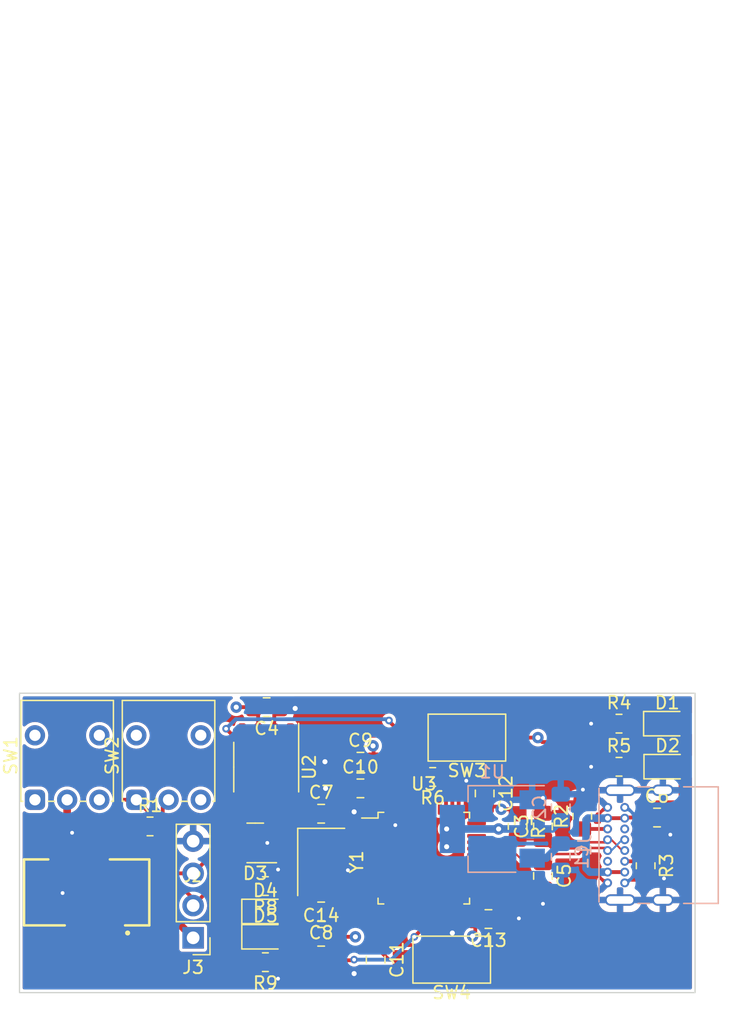
<source format=kicad_pcb>
(kicad_pcb (version 20211014) (generator pcbnew)
  (layers (0 "F.Cu" signal) (1 "In1.Cu" power) (2 "In2.Cu" power) (31 "B.Cu" signal) (34 "B.Paste" user) (35 "F.Paste" user) (36 "B.SilkS" user "B.Silkscreen") (37 "F.SilkS" user "F.Silkscreen") (38 "B.Mask" user) (39 "F.Mask" user) (44 "Edge.Cuts" user))
  (net 0 "")
  (net 1 "GND")
  (net 2 "+5V")
  (net 3 "+3V3")
  (net 4 "/USB+")
  (net 5 "/USB-")
  (net 6 "Net-(C7-Pad1)")
  (net 7 "Net-(C8-Pad1)")
  (net 8 "/RST")
  (net 9 "Net-(D1-Pad1)")
  (net 10 "Net-(D2-Pad1)")
  (net 11 "CANH")
  (net 12 "CANL")
  (net 13 "Net-(D4-Pad1)")
  (net 14 "Net-(U3-Pad18)")
  (net 15 "Net-(D5-Pad1)")
  (net 16 "Net-(U3-Pad19)")
  (net 17 "Net-(J1-PadA5)")
  (net 19 "Net-(J1-PadB5)")
  (net 21 "/PWR_CAN")
  (net 22 "Net-(R1-Pad2)")
  (net 23 "/BOOT0")
  (net 48 "/TX")
  (net 49 "/RX")
  (net 58 "/CANRX")
  (net 59 "/CANTX")
  (footprint "Capacitor_SMD:C_0805_2012Metric_Pad1.18x1.45mm_HandSolder" (layer "F.Cu") (at 162.1 76.6)
    (fp_text reference "C9" (at 0 -1.68) (layer "F.SilkS"))
    (fp_text value "10µF")
    (pad "1" smd roundrect (at -1.0375 0) (size 1.175 1.45) (layers "F.Cu" "F.Paste" "F.Mask") (roundrect_rratio 0.212766) (net 1 "GND"))
    (pad "2" smd roundrect (at 1.0375 0) (size 1.175 1.45) (layers "F.Cu" "F.Paste" "F.Mask") (roundrect_rratio 0.212766) (net 3 "+3V3"))
  )
  (footprint "Capacitor_SMD:C_0805_2012Metric_Pad1.18x1.45mm_HandSolder" (layer "F.Cu") (at 163.3 92.2 -90)
    (fp_text reference "C11" (at 0 -1.68 90) (layer "F.SilkS"))
    (fp_text value "100n")
    (pad "1" smd roundrect (at -1.0375 0 270) (size 1.175 1.45) (layers "F.Cu" "F.Paste" "F.Mask") (roundrect_rratio 0.212766) (net 8 "/RST"))
    (pad "2" smd roundrect (at 1.0375 0 270) (size 1.175 1.45) (layers "F.Cu" "F.Paste" "F.Mask") (roundrect_rratio 0.212766) (net 1 "GND"))
  )
  (footprint "Resistor_SMD:R_0805_2012Metric_Pad1.20x1.40mm_HandSolder" (layer "F.Cu") (at 179.6 80.9 90)
    (fp_text reference "R2" (at 0 -1.65 90) (layer "F.SilkS"))
    (fp_text value "5.1k")
    (pad "1" smd roundrect (at -1 0 90) (size 1.2 1.4) (layers "F.Cu" "F.Paste" "F.Mask") (roundrect_rratio 0.208333) (net 17 "Net-(J1-PadA5)"))
    (pad "2" smd roundrect (at 1 0 90) (size 1.2 1.4) (layers "F.Cu" "F.Paste" "F.Mask") (roundrect_rratio 0.208333) (net 1 "GND"))
  )
  (footprint "Resistor_SMD:R_0805_2012Metric_Pad1.20x1.40mm_HandSolder" (layer "F.Cu") (at 182.5 73.6)
    (fp_text reference "R4" (at 0 -1.65) (layer "F.SilkS"))
    (fp_text value "220")
    (pad "1" smd roundrect (at -1 0) (size 1.2 1.4) (layers "F.Cu" "F.Paste" "F.Mask") (roundrect_rratio 0.208333) (net 1 "GND"))
    (pad "2" smd roundrect (at 1 0) (size 1.2 1.4) (layers "F.Cu" "F.Paste" "F.Mask") (roundrect_rratio 0.208333) (net 9 "Net-(D1-Pad1)"))
  )
  (footprint "Capacitor_SMD:C_0805_2012Metric_Pad1.18x1.45mm_HandSolder" (layer "F.Cu") (at 172.2 89 180)
    (fp_text reference "C13" (at 0 -1.68) (layer "F.SilkS"))
    (fp_text value "100nF")
    (pad "1" smd roundrect (at -1.0375 0 180) (size 1.175 1.45) (layers "F.Cu" "F.Paste" "F.Mask") (roundrect_rratio 0.212766) (net 1 "GND"))
    (pad "2" smd roundrect (at 1.0375 0 180) (size 1.175 1.45) (layers "F.Cu" "F.Paste" "F.Mask") (roundrect_rratio 0.212766) (net 3 "+3V3"))
  )
  (footprint "Button_Switch_THT:SW_Push_1P2T_Vertical_E-Switch_800UDP8P1A1M6" (layer "F.Cu") (at 136.42 79.6 90)
    (fp_text reference "SW1" (at 3.48 -1.91 90) (layer "F.SilkS"))
    (fp_text value "120")
    (pad "" thru_hole circle (at 5.08 0 270) (size 1.6 1.6) (drill 0.89) (layers *.Cu *.Mask))
    (pad "" thru_hole circle (at 5.08 5.08 270) (size 1.6 1.6) (drill 0.89) (layers *.Cu *.Mask))
    (pad "1" thru_hole roundrect (at 0 0 270) (size 1.6 1.6) (drill 0.89) (layers *.Cu *.Mask) (net 2 "+5V"))
    (pad "2" thru_hole circle (at 0 2.54 270) (size 1.6 1.6) (drill 0.89) (layers *.Cu *.Mask) (net 21 "/PWR_CAN"))
    (pad "3" thru_hole circle (at 0 5.08 270) (size 1.6 1.6) (drill 0.89) (layers *.Cu *.Mask))
  )
  (footprint "Connector_PinHeader_2.54mm:PinHeader_1x04_P2.54mm_Vertical" (layer "F.Cu") (at 148.9 90.48 180)
    (fp_text reference "J3" (at 0 -2.33) (layer "F.SilkS"))
    (fp_text value "CAN")
    (pad "1" thru_hole rect (at 0 0 180) (size 1.7 1.7) (drill 1) (layers *.Cu *.Mask) (net 21 "/PWR_CAN"))
    (pad "2" thru_hole oval (at 0 2.54 180) (size 1.7 1.7) (drill 1) (layers *.Cu *.Mask) (net 11 "CANH"))
    (pad "3" thru_hole oval (at 0 5.08 180) (size 1.7 1.7) (drill 1) (layers *.Cu *.Mask) (net 12 "CANL"))
    (pad "4" thru_hole oval (at 0 7.62 180) (size 1.7 1.7) (drill 1) (layers *.Cu *.Mask) (net 1 "GND"))
  )
  (footprint "Package_QFP:LQFP-48_7x7mm_P0.5mm" (layer "F.Cu") (at 167.1 84.2)
    (fp_text reference "U3" (at 0 -5.85) (layer "F.SilkS"))
    (fp_text value "STM32F302C6Tx")
    (pad "1" smd roundrect (at -4.1625 -2.75) (size 1.475 0.3) (layers "F.Cu" "F.Paste" "F.Mask"))
    (pad "2" smd roundrect (at -4.1625 -2.25) (size 1.475 0.3) (layers "F.Cu" "F.Paste" "F.Mask"))
    (pad "3" smd roundrect (at -4.1625 -1.75) (size 1.475 0.3) (layers "F.Cu" "F.Paste" "F.Mask"))
    (pad "4" smd roundrect (at -4.1625 -1.25) (size 1.475 0.3) (layers "F.Cu" "F.Paste" "F.Mask"))
    (pad "5" smd roundrect (at -4.1625 -0.75) (size 1.475 0.3) (layers "F.Cu" "F.Paste" "F.Mask") (net 6 "Net-(C7-Pad1)"))
    (pad "6" smd roundrect (at -4.1625 -0.25) (size 1.475 0.3) (layers "F.Cu" "F.Paste" "F.Mask") (net 7 "Net-(C8-Pad1)"))
    (pad "7" smd roundrect (at -4.1625 0.25) (size 1.475 0.3) (layers "F.Cu" "F.Paste" "F.Mask") (net 8 "/RST"))
    (pad "8" smd roundrect (at -4.1625 0.75) (size 1.475 0.3) (layers "F.Cu" "F.Paste" "F.Mask") (net 1 "GND"))
    (pad "9" smd roundrect (at -4.1625 1.25) (size 1.475 0.3) (layers "F.Cu" "F.Paste" "F.Mask") (net 3 "+3V3"))
    (pad "10" smd roundrect (at -4.1625 1.75) (size 1.475 0.3) (layers "F.Cu" "F.Paste" "F.Mask"))
    (pad "11" smd roundrect (at -4.1625 2.25) (size 1.475 0.3) (layers "F.Cu" "F.Paste" "F.Mask"))
    (pad "12" smd roundrect (at -4.1625 2.75) (size 1.475 0.3) (layers "F.Cu" "F.Paste" "F.Mask"))
    (pad "13" smd roundrect (at -2.75 4.1625) (size 0.3 1.475) (layers "F.Cu" "F.Paste" "F.Mask"))
    (pad "14" smd roundrect (at -2.25 4.1625) (size 0.3 1.475) (layers "F.Cu" "F.Paste" "F.Mask"))
    (pad "15" smd roundrect (at -1.75 4.1625) (size 0.3 1.475) (layers "F.Cu" "F.Paste" "F.Mask"))
    (pad "16" smd roundrect (at -1.25 4.1625) (size 0.3 1.475) (layers "F.Cu" "F.Paste" "F.Mask"))
    (pad "17" smd roundrect (at -0.75 4.1625) (size 0.3 1.475) (layers "F.Cu" "F.Paste" "F.Mask"))
    (pad "18" smd roundrect (at -0.25 4.1625) (size 0.3 1.475) (layers "F.Cu" "F.Paste" "F.Mask") (net 14 "Net-(U3-Pad18)"))
    (pad "19" smd roundrect (at 0.25 4.1625) (size 0.3 1.475) (layers "F.Cu" "F.Paste" "F.Mask") (net 16 "Net-(U3-Pad19)"))
    (pad "20" smd roundrect (at 0.75 4.1625) (size 0.3 1.475) (layers "F.Cu" "F.Paste" "F.Mask"))
    (pad "21" smd roundrect (at 1.25 4.1625) (size 0.3 1.475) (layers "F.Cu" "F.Paste" "F.Mask"))
    (pad "22" smd roundrect (at 1.75 4.1625) (size 0.3 1.475) (layers "F.Cu" "F.Paste" "F.Mask"))
    (pad "23" smd roundrect (at 2.25 4.1625) (size 0.3 1.475) (layers "F.Cu" "F.Paste" "F.Mask") (net 1 "GND"))
    (pad "24" smd roundrect (at 2.75 4.1625) (size 0.3 1.475) (layers "F.Cu" "F.Paste" "F.Mask") (net 3 "+3V3"))
    (pad "25" smd roundrect (at 4.1625 2.75) (size 1.475 0.3) (layers "F.Cu" "F.Paste" "F.Mask"))
    (pad "26" smd roundrect (at 4.1625 2.25) (size 1.475 0.3) (layers "F.Cu" "F.Paste" "F.Mask"))
    (pad "27" smd roundrect (at 4.1625 1.75) (size 1.475 0.3) (layers "F.Cu" "F.Paste" "F.Mask"))
    (pad "28" smd roundrect (at 4.1625 1.25) (size 1.475 0.3) (layers "F.Cu" "F.Paste" "F.Mask"))
    (pad "29" smd roundrect (at 4.1625 0.75) (size 1.475 0.3) (layers "F.Cu" "F.Paste" "F.Mask"))
    (pad "30" smd roundrect (at 4.1625 0.25) (size 1.475 0.3) (layers "F.Cu" "F.Paste" "F.Mask") (net 48 "/TX"))
    (pad "31" smd roundrect (at 4.1625 -0.25) (size 1.475 0.3) (layers "F.Cu" "F.Paste" "F.Mask") (net 49 "/RX"))
    (pad "32" smd roundrect (at 4.1625 -0.75) (size 1.475 0.3) (layers "F.Cu" "F.Paste" "F.Mask") (net 5 "/USB-"))
    (pad "33" smd roundrect (at 4.1625 -1.25) (size 1.475 0.3) (layers "F.Cu" "F.Paste" "F.Mask") (net 4 "/USB+"))
    (pad "34" smd roundrect (at 4.1625 -1.75) (size 1.475 0.3) (layers "F.Cu" "F.Paste" "F.Mask"))
    (pad "35" smd roundrect (at 4.1625 -2.25) (size 1.475 0.3) (layers "F.Cu" "F.Paste" "F.Mask") (net 1 "GND"))
    (pad "36" smd roundrect (at 4.1625 -2.75) (size 1.475 0.3) (layers "F.Cu" "F.Paste" "F.Mask") (net 3 "+3V3"))
    (pad "37" smd roundrect (at 2.75 -4.1625) (size 0.3 1.475) (layers "F.Cu" "F.Paste" "F.Mask"))
    (pad "38" smd roundrect (at 2.25 -4.1625) (size 0.3 1.475) (layers "F.Cu" "F.Paste" "F.Mask"))
    (pad "39" smd roundrect (at 1.75 -4.1625) (size 0.3 1.475) (layers "F.Cu" "F.Paste" "F.Mask"))
    (pad "40" smd roundrect (at 1.25 -4.1625) (size 0.3 1.475) (layers "F.Cu" "F.Paste" "F.Mask"))
    (pad "41" smd roundrect (at 0.75 -4.1625) (size 0.3 1.475) (layers "F.Cu" "F.Paste" "F.Mask"))
    (pad "42" smd roundrect (at 0.25 -4.1625) (size 0.3 1.475) (layers "F.Cu" "F.Paste" "F.Mask"))
    (pad "43" smd roundrect (at -0.25 -4.1625) (size 0.3 1.475) (layers "F.Cu" "F.Paste" "F.Mask"))
    (pad "44" smd roundrect (at -0.75 -4.1625) (size 0.3 1.475) (layers "F.Cu" "F.Paste" "F.Mask") (net 23 "/BOOT0"))
    (pad "45" smd roundrect (at -1.25 -4.1625) (size 0.3 1.475) (layers "F.Cu" "F.Paste" "F.Mask") (net 58 "/CANRX"))
    (pad "46" smd roundrect (at -1.75 -4.1625) (size 0.3 1.475) (layers "F.Cu" "F.Paste" "F.Mask") (net 59 "/CANTX"))
    (pad "47" smd roundrect (at -2.25 -4.1625) (size 0.3 1.475) (layers "F.Cu" "F.Paste" "F.Mask") (net 1 "GND"))
    (pad "48" smd roundrect (at -2.75 -4.1625) (size 0.3 1.475) (layers "F.Cu" "F.Paste" "F.Mask") (net 3 "+3V3"))
  )
  (footprint "Button_Switch_SMD:SW_SPST_CK_RS282G05A3" (layer "F.Cu") (at 170.5 74.7 180)
    (fp_text reference "SW3" (at 0 -2.6) (layer "F.SilkS"))
    (fp_text value "BOOT")
    (pad "1" smd rect (at -3.9 0 180) (size 1.5 1.5) (layers "F.Cu" "F.Paste" "F.Mask") (net 3 "+3V3"))
    (pad "2" smd rect (at 3.9 0 180) (size 1.5 1.5) (layers "F.Cu" "F.Paste" "F.Mask") (net 23 "/BOOT0"))
  )
  (footprint "Capacitor_SMD:C_0805_2012Metric_Pad1.18x1.45mm_HandSolder" (layer "F.Cu") (at 154.7 72.3 180)
    (fp_text reference "C4" (at 0 -1.68) (layer "F.SilkS"))
    (fp_text value "100nF")
    (pad "1" smd roundrect (at -1.0375 0 180) (size 1.175 1.45) (layers "F.Cu" "F.Paste" "F.Mask") (roundrect_rratio 0.212766) (net 1 "GND"))
    (pad "2" smd roundrect (at 1.0375 0 180) (size 1.175 1.45) (layers "F.Cu" "F.Paste" "F.Mask") (roundrect_rratio 0.212766) (net 3 "+3V3"))
  )
  (footprint "AREA_lib_Connector:690367290476" (layer "F.Cu") (at 140.5 86.9)
    (fp_text reference "J2" (at 8.374 -1.232) (layer "F.SilkS") (effects (font (size 0.8 0.8))))
    (fp_text value "CAN")
    (pad "1" smd rect locked (at 1.905 2.25) (size 1.5 3) (layers "F.Cu" "F.Paste" "F.Mask") (net 21 "/PWR_CAN"))
    (pad "2" smd rect locked (at 0.635 -2.25) (size 1.5 3) (layers "F.Cu" "F.Paste" "F.Mask") (net 11 "CANH"))
    (pad "3" smd rect locked (at -0.635 2.25) (size 1.5 3) (layers "F.Cu" "F.Paste" "F.Mask") (net 12 "CANL"))
    (pad "4" smd rect locked (at -1.905 -2.25) (size 1.5 3) (layers "F.Cu" "F.Paste" "F.Mask") (net 1 "GND"))
  )
  (footprint "Resistor_SMD:R_0805_2012Metric_Pad1.20x1.40mm_HandSolder" (layer "F.Cu") (at 184.6 84.8 -90)
    (fp_text reference "R3" (at 0 -1.65 90) (layer "F.SilkS"))
    (fp_text value "5.1k")
    (pad "1" smd roundrect (at -1 0 270) (size 1.2 1.4) (layers "F.Cu" "F.Paste" "F.Mask") (roundrect_rratio 0.208333) (net 19 "Net-(J1-PadB5)"))
    (pad "2" smd roundrect (at 1 0 270) (size 1.2 1.4) (layers "F.Cu" "F.Paste" "F.Mask") (roundrect_rratio 0.208333) (net 1 "GND"))
  )
  (footprint "Capacitor_SMD:C_0805_2012Metric_Pad1.18x1.45mm_HandSolder" (layer "F.Cu") (at 171.9 79.1 -90)
    (fp_text reference "C12" (at 0 -1.68 90) (layer "F.SilkS"))
    (fp_text value "100nF")
    (pad "1" smd roundrect (at -1.0375 0 270) (size 1.175 1.45) (layers "F.Cu" "F.Paste" "F.Mask") (roundrect_rratio 0.212766) (net 1 "GND"))
    (pad "2" smd roundrect (at 1.0375 0 270) (size 1.175 1.45) (layers "F.Cu" "F.Paste" "F.Mask") (roundrect_rratio 0.212766) (net 3 "+3V3"))
  )
  (footprint "Button_Switch_THT:SW_Push_1P2T_Vertical_E-Switch_800UDP8P1A1M6" (layer "F.Cu") (at 144.42 79.6 90)
    (fp_text reference "SW2" (at 3.48 -1.91 90) (layer "F.SilkS"))
    (fp_text value "120")
    (pad "" thru_hole circle (at 5.08 0 270) (size 1.6 1.6) (drill 0.89) (layers *.Cu *.Mask))
    (pad "" thru_hole circle (at 5.08 5.08 270) (size 1.6 1.6) (drill 0.89) (layers *.Cu *.Mask))
    (pad "1" thru_hole roundrect (at 0 0 270) (size 1.6 1.6) (drill 0.89) (layers *.Cu *.Mask) (net 12 "CANL"))
    (pad "2" thru_hole circle (at 0 2.54 270) (size 1.6 1.6) (drill 0.89) (layers *.Cu *.Mask) (net 22 "Net-(R1-Pad2)"))
    (pad "3" thru_hole circle (at 0 5.08 270) (size 1.6 1.6) (drill 0.89) (layers *.Cu *.Mask))
  )
  (footprint "Capacitor_SMD:C_0805_2012Metric_Pad1.18x1.45mm_HandSolder" (layer "F.Cu") (at 159 90.4)
    (fp_text reference "C14" (at 0 -1.68) (layer "F.SilkS"))
    (fp_text value "100nF")
    (pad "1" smd roundrect (at -1.0375 0) (size 1.175 1.45) (layers "F.Cu" "F.Paste" "F.Mask") (roundrect_rratio 0.212766) (net 1 "GND"))
    (pad "2" smd roundrect (at 1.0375 0) (size 1.175 1.45) (layers "F.Cu" "F.Paste" "F.Mask") (roundrect_rratio 0.212766) (net 3 "+3V3"))
  )
  (footprint "Resistor_SMD:R_0805_2012Metric_Pad1.20x1.40mm_HandSolder" (layer "F.Cu") (at 182.5 77)
    (fp_text reference "R5" (at 0 -1.65) (layer "F.SilkS"))
    (fp_text value "560")
    (pad "1" smd roundrect (at -1 0) (size 1.2 1.4) (layers "F.Cu" "F.Paste" "F.Mask") (roundrect_rratio 0.208333) (net 1 "GND"))
    (pad "2" smd roundrect (at 1 0) (size 1.2 1.4) (layers "F.Cu" "F.Paste" "F.Mask") (roundrect_rratio 0.208333) (net 10 "Net-(D2-Pad1)"))
  )
  (footprint "Resistor_SMD:R_0805_2012Metric_Pad1.20x1.40mm_HandSolder" (layer "F.Cu") (at 145.5 81.7)
    (fp_text reference "R1" (at 0 -1.65) (layer "F.SilkS"))
    (fp_text value "120")
    (pad "1" smd roundrect (at -1 0) (size 1.2 1.4) (layers "F.Cu" "F.Paste" "F.Mask") (roundrect_rratio 0.208333) (net 11 "CANH"))
    (pad "2" smd roundrect (at 1 0) (size 1.2 1.4) (layers "F.Cu" "F.Paste" "F.Mask") (roundrect_rratio 0.208333) (net 22 "Net-(R1-Pad2)"))
  )
  (footprint "LED_SMD:LED_0805_2012Metric_Pad1.15x1.40mm_HandSolder" (layer "F.Cu") (at 186.33 76.99)
    (fp_text reference "D2" (at 0 -1.65) (layer "F.SilkS"))
    (fp_text value "LED_DEBUG")
    (pad "1" smd roundrect (at -1.025 0) (size 1.15 1.4) (layers "F.Cu" "F.Paste" "F.Mask") (roundrect_rratio 0.217391) (net 10 "Net-(D2-Pad1)"))
    (pad "2" smd roundrect (at 1.025 0) (size 1.15 1.4) (layers "F.Cu" "F.Paste" "F.Mask") (roundrect_rratio 0.217391) (net 2 "+5V"))
  )
  (footprint "Capacitor_SMD:C_0805_2012Metric_Pad1.18x1.45mm_HandSolder" (layer "F.Cu") (at 176.5 85.6 -90)
    (fp_text reference "C5" (at 0 -1.68 90) (layer "F.SilkS"))
    (fp_text value "47p")
    (pad "1" smd roundrect (at -1.0375 0 270) (size 1.175 1.45) (layers "F.Cu" "F.Paste" "F.Mask") (roundrect_rratio 0.212766) (net 5 "/USB-"))
    (pad "2" smd roundrect (at 1.0375 0 270) (size 1.175 1.45) (layers "F.Cu" "F.Paste" "F.Mask") (roundrect_rratio 0.212766) (net 1 "GND"))
  )
  (footprint "Capacitor_SMD:C_0805_2012Metric_Pad1.18x1.45mm_HandSolder" (layer "F.Cu") (at 176.5 81.7 90)
    (fp_text reference "C3" (at 0 -1.68 90) (layer "F.SilkS"))
    (fp_text value "47p")
    (pad "1" smd roundrect (at -1.0375 0 90) (size 1.175 1.45) (layers "F.Cu" "F.Paste" "F.Mask") (roundrect_rratio 0.212766) (net 4 "/USB+"))
    (pad "2" smd roundrect (at 1.0375 0 90) (size 1.175 1.45) (layers "F.Cu" "F.Paste" "F.Mask") (roundrect_rratio 0.212766) (net 1 "GND"))
  )
  (footprint "Resistor_SMD:R_0805_2012Metric_Pad1.20x1.40mm_HandSolder" (layer "F.Cu") (at 154.6 92.4 180)
    (fp_text reference "R9" (at 0 -1.65) (layer "F.SilkS"))
    (fp_text value "120")
    (pad "1" smd roundrect (at -1 0 180) (size 1.2 1.4) (layers "F.Cu" "F.Paste" "F.Mask") (roundrect_rratio 0.208333) (net 1 "GND"))
    (pad "2" smd roundrect (at 1 0 180) (size 1.2 1.4) (layers "F.Cu" "F.Paste" "F.Mask") (roundrect_rratio 0.208333) (net 15 "Net-(D5-Pad1)"))
  )
  (footprint "Capacitor_SMD:C_0805_2012Metric_Pad1.18x1.45mm_HandSolder" (layer "F.Cu") (at 159 80.7)
    (fp_text reference "C7" (at 0 -1.68) (layer "F.SilkS"))
    (fp_text value "18p")
    (pad "1" smd roundrect (at -1.0375 0) (size 1.175 1.45) (layers "F.Cu" "F.Paste" "F.Mask") (roundrect_rratio 0.212766) (net 6 "Net-(C7-Pad1)"))
    (pad "2" smd roundrect (at 1.0375 0) (size 1.175 1.45) (layers "F.Cu" "F.Paste" "F.Mask") (roundrect_rratio 0.212766) (net 1 "GND"))
  )
  (footprint "Package_SO:SOIC-8_3.9x4.9mm_P1.27mm" (layer "F.Cu") (at 154.665 77.025 -90)
    (fp_text reference "U2" (at 0 -3.4 90) (layer "F.SilkS"))
    (fp_text value "SN65HVD232")
    (pad "1" smd roundrect (at -2.475 -1.905 270) (size 1.95 0.6) (layers "F.Cu" "F.Paste" "F.Mask") (net 59 "/CANTX"))
    (pad "2" smd roundrect (at -2.475 -0.635 270) (size 1.95 0.6) (layers "F.Cu" "F.Paste" "F.Mask") (net 1 "GND"))
    (pad "3" smd roundrect (at -2.475 0.635 270) (size 1.95 0.6) (layers "F.Cu" "F.Paste" "F.Mask") (net 3 "+3V3"))
    (pad "4" smd roundrect (at -2.475 1.905 270) (size 1.95 0.6) (layers "F.Cu" "F.Paste" "F.Mask") (net 58 "/CANRX"))
    (pad "5" smd roundrect (at 2.475 1.905 270) (size 1.95 0.6) (layers "F.Cu" "F.Paste" "F.Mask"))
    (pad "6" smd roundrect (at 2.475 0.635 270) (size 1.95 0.6) (layers "F.Cu" "F.Paste" "F.Mask") (net 12 "CANL"))
    (pad "7" smd roundrect (at 2.475 -0.635 270) (size 1.95 0.6) (layers "F.Cu" "F.Paste" "F.Mask") (net 11 "CANH"))
    (pad "8" smd roundrect (at 2.475 -1.905 270) (size 1.95 0.6) (layers "F.Cu" "F.Paste" "F.Mask"))
  )
  (footprint "LED_SMD:LED_0805_2012Metric_Pad1.15x1.40mm_HandSolder" (layer "F.Cu") (at 154.6 88.4)
    (fp_text reference "D4" (at 0 -1.65) (layer "F.SilkS"))
    (fp_text value "LED_DEBUG")
    (pad "1" smd roundrect (at -1.025 0) (size 1.15 1.4) (layers "F.Cu" "F.Paste" "F.Mask") (roundrect_rratio 0.217391) (net 13 "Net-(D4-Pad1)"))
    (pad "2" smd roundrect (at 1.025 0) (size 1.15 1.4) (layers "F.Cu" "F.Paste" "F.Mask") (roundrect_rratio 0.217391) (net 14 "Net-(U3-Pad18)"))
  )
  (footprint "Resistor_SMD:R_0805_2012Metric_Pad1.20x1.40mm_HandSolder" (layer "F.Cu") (at 154.6 86.4 180)
    (fp_text reference "R8" (at 0 -1.65) (layer "F.SilkS"))
    (fp_text value "120")
    (pad "1" smd roundrect (at -1 0 180) (size 1.2 1.4) (layers "F.Cu" "F.Paste" "F.Mask") (roundrect_rratio 0.208333) (net 1 "GND"))
    (pad "2" smd roundrect (at 1 0 180) (size 1.2 1.4) (layers "F.Cu" "F.Paste" "F.Mask") (roundrect_rratio 0.208333) (net 13 "Net-(D4-Pad1)"))
  )
  (footprint "Capacitor_SMD:C_0805_2012Metric_Pad1.18x1.45mm_HandSolder" (layer "F.Cu") (at 159 88.4 180)
    (fp_text reference "C8" (at 0 -1.68) (layer "F.SilkS"))
    (fp_text value "18p")
    (pad "1" smd roundrect (at -1.0375 0 180) (size 1.175 1.45) (layers "F.Cu" "F.Paste" "F.Mask") (roundrect_rratio 0.212766) (net 7 "Net-(C8-Pad1)"))
    (pad "2" smd roundrect (at 1.0375 0 180) (size 1.175 1.45) (layers "F.Cu" "F.Paste" "F.Mask") (roundrect_rratio 0.212766) (net 1 "GND"))
  )
  (footprint "Capacitor_SMD:C_0805_2012Metric_Pad1.18x1.45mm_HandSolder" (layer "F.Cu") (at 162.1 78.7)
    (fp_text reference "C10" (at 0 -1.68) (layer "F.SilkS"))
    (fp_text value "100nF")
    (pad "1" smd roundrect (at -1.0375 0) (size 1.175 1.45) (layers "F.Cu" "F.Paste" "F.Mask") (roundrect_rratio 0.212766) (net 1 "GND"))
    (pad "2" smd roundrect (at 1.0375 0) (size 1.175 1.45) (layers "F.Cu" "F.Paste" "F.Mask") (roundrect_rratio 0.212766) (net 3 "+3V3"))
  )
  (footprint "LED_SMD:LED_0805_2012Metric_Pad1.15x1.40mm_HandSolder" (layer "F.Cu") (at 186.3 73.6)
    (fp_text reference "D1" (at 0 -1.65) (layer "F.SilkS"))
    (fp_text value "LED_DEBUG")
    (pad "1" smd roundrect (at -1.025 0) (size 1.15 1.4) (layers "F.Cu" "F.Paste" "F.Mask") (roundrect_rratio 0.217391) (net 9 "Net-(D1-Pad1)"))
    (pad "2" smd roundrect (at 1.025 0) (size 1.15 1.4) (layers "F.Cu" "F.Paste" "F.Mask") (roundrect_rratio 0.217391) (net 3 "+3V3"))
  )
  (footprint "Package_TO_SOT_SMD:SOT-23" (layer "F.Cu") (at 153.8 83 180)
    (fp_text reference "D3" (at 0 -2.4) (layer "F.SilkS"))
    (fp_text value "D_TVS_x2_AAC")
    (pad "1" smd roundrect (at -0.9375 -0.95 180) (size 1.475 0.6) (layers "F.Cu" "F.Paste" "F.Mask") (net 11 "CANH"))
    (pad "2" smd roundrect (at -0.9375 0.95 180) (size 1.475 0.6) (layers "F.Cu" "F.Paste" "F.Mask") (net 12 "CANL"))
    (pad "3" smd roundrect (at 0.9375 0 180) (size 1.475 0.6) (layers "F.Cu" "F.Paste" "F.Mask") (net 1 "GND"))
  )
  (footprint "Resistor_SMD:R_0805_2012Metric_Pad1.20x1.40mm_HandSolder" (layer "F.Cu") (at 174.5 81.7 -90)
    (fp_text reference "R7" (at 0 -1.65 90) (layer "F.SilkS"))
    (fp_text value "1.5k")
    (pad "1" smd roundrect (at -1 0 270) (size 1.2 1.4) (layers "F.Cu" "F.Paste" "F.Mask") (roundrect_rratio 0.208333) (net 3 "+3V3"))
    (pad "2" smd roundrect (at 1 0 270) (size 1.2 1.4) (layers "F.Cu" "F.Paste" "F.Mask") (roundrect_rratio 0.208333) (net 4 "/USB+"))
  )
  (footprint "Button_Switch_SMD:SW_SPST_CK_RS282G05A3" (layer "F.Cu") (at 169.3 92.2 180)
    (fp_text reference "SW4" (at 0 -2.6) (layer "F.SilkS"))
    (fp_text value "RST")
    (pad "1" smd rect (at -3.9 0 180) (size 1.5 1.5) (layers "F.Cu" "F.Paste" "F.Mask") (net 1 "GND"))
    (pad "2" smd rect (at 3.9 0 180) (size 1.5 1.5) (layers "F.Cu" "F.Paste" "F.Mask") (net 8 "/RST"))
  )
  (footprint "LED_SMD:LED_0805_2012Metric_Pad1.15x1.40mm_HandSolder" (layer "F.Cu") (at 154.6 90.4)
    (fp_text reference "D5" (at 0 -1.65) (layer "F.SilkS"))
    (fp_text value "LED_DEBUG")
    (pad "1" smd roundrect (at -1.025 0) (size 1.15 1.4) (layers "F.Cu" "F.Paste" "F.Mask") (roundrect_rratio 0.217391) (net 15 "Net-(D5-Pad1)"))
    (pad "2" smd roundrect (at 1.025 0) (size 1.15 1.4) (layers "F.Cu" "F.Paste" "F.Mask") (roundrect_rratio 0.217391) (net 16 "Net-(U3-Pad19)"))
  )
  (footprint "Resistor_SMD:R_0805_2012Metric_Pad1.20x1.40mm_HandSolder" (layer "F.Cu") (at 167.8 77.8 180)
    (fp_text reference "R6" (at 0 -1.65) (layer "F.SilkS"))
    (fp_text value "10k")
    (pad "1" smd roundrect (at -1 0 180) (size 1.2 1.4) (layers "F.Cu" "F.Paste" "F.Mask") (roundrect_rratio 0.208333) (net 1 "GND"))
    (pad "2" smd roundrect (at 1 0 180) (size 1.2 1.4) (layers "F.Cu" "F.Paste" "F.Mask") (roundrect_rratio 0.208333) (net 23 "/BOOT0"))
  )
  (footprint "Crystal:Crystal_SMD_5032-4Pin_5.0x3.2mm" (layer "F.Cu") (at 159 84.5 -90)
    (fp_text reference "Y1" (at 0 -2.8 90) (layer "F.SilkS"))
    (fp_text value "8MHz")
    (pad "1" smd rect (at -1.65 1 270) (size 1.6 1.3) (layers "F.Cu" "F.Paste" "F.Mask") (net 6 "Net-(C7-Pad1)"))
    (pad "2" smd rect (at 1.65 1 270) (size 1.6 1.3) (layers "F.Cu" "F.Paste" "F.Mask") (net 1 "GND"))
    (pad "3" smd rect (at 1.65 -1 270) (size 1.6 1.3) (layers "F.Cu" "F.Paste" "F.Mask") (net 7 "Net-(C8-Pad1)"))
    (pad "4" smd rect (at -1.65 -1 270) (size 1.6 1.3) (layers "F.Cu" "F.Paste" "F.Mask") (net 1 "GND"))
  )
  (footprint "Capacitor_SMD:C_0805_2012Metric_Pad1.18x1.45mm_HandSolder" (layer "F.Cu") (at 185.5 81)
    (fp_text reference "C6" (at 0 -1.68) (layer "F.SilkS"))
    (fp_text value "10u")
    (pad "1" smd roundrect (at -1.0375 0) (size 1.175 1.45) (layers "F.Cu" "F.Paste" "F.Mask") (roundrect_rratio 0.212766) (net 2 "+5V"))
    (pad "2" smd roundrect (at 1.0375 0) (size 1.175 1.45) (layers "F.Cu" "F.Paste" "F.Mask") (roundrect_rratio 0.212766) (net 1 "GND"))
  )
  (footprint "Connector_USB:USB_C_Receptacle_GCT_USB4085" (layer "B.Cu") (at 181.6 80.2 -90)
    (fp_text reference "J1" (at 2.975 1.8 90) (layer "B.SilkS") (effects (justify mirror)))
    (fp_text value "USB_C_Receptacle_USB2.0")
    (pad "A1" thru_hole circle (at 0 0 270) (size 0.7 0.7) (drill 0.4) (layers *.Cu *.Mask) (net 1 "GND"))
    (pad "A4" thru_hole circle (at 0.85 0 270) (size 0.7 0.7) (drill 0.4) (layers *.Cu *.Mask) (net 2 "+5V"))
    (pad "A5" thru_hole circle (at 1.7 0 270) (size 0.7 0.7) (drill 0.4) (layers *.Cu *.Mask) (net 17 "Net-(J1-PadA5)"))
    (pad "A6" thru_hole circle (at 2.55 0 270) (size 0.7 0.7) (drill 0.4) (layers *.Cu *.Mask) (net 4 "/USB+"))
    (pad "A7" thru_hole circle (at 3.4 0 270) (size 0.7 0.7) (drill 0.4) (layers *.Cu *.Mask) (net 5 "/USB-"))
    (pad "A8" thru_hole circle (at 4.25 0 270) (size 0.7 0.7) (drill 0.4) (layers *.Cu *.Mask))
    (pad "A9" thru_hole circle (at 5.1 0 270) (size 0.7 0.7) (drill 0.4) (layers *.Cu *.Mask) (net 2 "+5V"))
    (pad "A12" thru_hole circle (at 5.95 0 270) (size 0.7 0.7) (drill 0.4) (layers *.Cu *.Mask) (net 1 "GND"))
    (pad "B1" thru_hole circle (at 5.95 -1.35 270) (size 0.7 0.7) (drill 0.4) (layers *.Cu *.Mask) (net 1 "GND"))
    (pad "B4" thru_hole circle (at 5.1 -1.35 270) (size 0.7 0.7) (drill 0.4) (layers *.Cu *.Mask) (net 2 "+5V"))
    (pad "B5" thru_hole circle (at 4.25 -1.35 270) (size 0.7 0.7) (drill 0.4) (layers *.Cu *.Mask) (net 19 "Net-(J1-PadB5)"))
    (pad "B6" thru_hole circle (at 3.4 -1.35 270) (size 0.7 0.7) (drill 0.4) (layers *.Cu *.Mask) (net 4 "/USB+"))
    (pad "B7" thru_hole circle (at 2.55 -1.35 270) (size 0.7 0.7) (drill 0.4) (layers *.Cu *.Mask) (net 5 "/USB-"))
    (pad "B8" thru_hole circle (at 1.7 -1.35 270) (size 0.7 0.7) (drill 0.4) (layers *.Cu *.Mask))
    (pad "B9" thru_hole circle (at 0.85 -1.35 270) (size 0.7 0.7) (drill 0.4) (layers *.Cu *.Mask) (net 2 "+5V"))
    (pad "B12" thru_hole circle (at 0 -1.35 270) (size 0.7 0.7) (drill 0.4) (layers *.Cu *.Mask) (net 1 "GND"))
    (pad "S1" thru_hole oval (at -1.35 -0.98 270) (size 0.9 2.4) (drill oval 0.6 2.1) (layers *.Cu *.Mask) (net 1 "GND"))
    (pad "S1" thru_hole oval (at 7.3 -4.36 270) (size 0.9 1.7) (drill oval 0.6 1.4) (layers *.Cu *.Mask) (net 1 "GND"))
    (pad "S1" thru_hole oval (at -1.35 -4.36 270) (size 0.9 1.7) (drill oval 0.6 1.4) (layers *.Cu *.Mask) (net 1 "GND"))
    (pad "S1" thru_hole oval (at 7.3 -0.98 270) (size 0.9 2.4) (drill oval 0.6 2.1) (layers *.Cu *.Mask) (net 1 "GND"))
  )
  (footprint "Capacitor_SMD:C_0805_2012Metric_Pad1.18x1.45mm_HandSolder" (layer "B.Cu") (at 177.9 80.2 -90)
    (fp_text reference "C2" (at 0 1.68 90) (layer "B.SilkS") (effects (justify mirror)))
    (fp_text value "10u")
    (pad "1" smd roundrect (at -1.0375 0 270) (size 1.175 1.45) (layers "B.Cu" "B.Paste" "B.Mask") (roundrect_rratio 0.212766) (net 1 "GND"))
    (pad "2" smd roundrect (at 1.0375 0 270) (size 1.175 1.45) (layers "B.Cu" "B.Paste" "B.Mask") (roundrect_rratio 0.212766) (net 3 "+3V3"))
  )
  (footprint "Package_TO_SOT_SMD:SOT-223-3_TabPin2" (layer "B.Cu") (at 172.5 81.9 180)
    (fp_text reference "U1" (at 0 4.5) (layer "B.SilkS") (effects (justify mirror)))
    (fp_text value "NCP1117-3.3_SOT223")
    (pad "1" smd rect (at -3.15 2.3 180) (size 2 1.5) (layers "B.Cu" "B.Paste" "B.Mask") (net 1 "GND"))
    (pad "2" smd rect (at -3.15 0 180) (size 2 1.5) (layers "B.Cu" "B.Paste" "B.Mask") (net 3 "+3V3"))
    (pad "2" smd rect (at 3.15 0 180) (size 2 3.8) (layers "B.Cu" "B.Paste" "B.Mask") (net 3 "+3V3"))
    (pad "3" smd rect (at -3.15 -2.3 180) (size 2 1.5) (layers "B.Cu" "B.Paste" "B.Mask") (net 2 "+5V"))
  )
  (footprint "Capacitor_SMD:C_0805_2012Metric_Pad1.18x1.45mm_HandSolder" (layer "B.Cu") (at 177.9 84.1 90)
    (fp_text reference "C1" (at 0 1.68 90) (layer "B.SilkS") (effects (justify mirror)))
    (fp_text value "10u")
    (pad "1" smd roundrect (at -1.0375 0 90) (size 1.175 1.45) (layers "B.Cu" "B.Paste" "B.Mask") (roundrect_rratio 0.212766) (net 1 "GND"))
    (pad "2" smd roundrect (at 1.0375 0 90) (size 1.175 1.45) (layers "B.Cu" "B.Paste" "B.Mask") (roundrect_rratio 0.212766) (net 2 "+5V"))
  )
  (gr_rect (start 135.2 71.2) (end 188.5 94.8) (layer "Edge.Cuts") (width 0.1) (fill none))
  (segment (start 155.3 74.55) (end 155.3 72.7375) (width 0.3) (layer "F.Cu") (net 1))
  (segment (start 161.312351 84.95) (end 161.109114 85.153237) (width 0.2) (layer "F.Cu") (net 1))
  (segment (start 171.2625 81.95) (end 170.2 81.95) (width 0.3) (layer "F.Cu") (net 1))
  (segment (start 162.9375 84.95) (end 161.312351 84.95) (width 0.2) (layer "F.Cu") (net 1))
  (segment (start 155.3 72.7375) (end 155.7375 72.3) (width 0.3) (layer "F.Cu") (net 1))
  (segment (start 156.85 72.3) (end 156.95 72.4) (width 0.3) (layer "F.Cu") (net 1))
  (segment (start 155.7375 72.3) (end 156.85 72.3) (width 0.3) (layer "F.Cu") (net 1))
  (segment (start 169.35 90.1) (end 169.35 88.3625) (width 0.3) (layer "F.Cu") (net 1))
  (via (at 170.45 78.1) (size 0.6) (drill 0.3) (layers "F.Cu" "B.Cu") (net 1))
  (via (at 155.6 93.7) (size 0.6) (drill 0.3) (layers "F.Cu" "B.Cu") (net 1))
  (via (at 159.35 78.7) (size 0.9) (drill 0.4) (layers "F.Cu" "B.Cu") (net 1))
  (via (at 138.6 86.95) (size 0.6) (drill 0.3) (layers "F.Cu" "B.Cu") (net 1))
  (via (at 179.65 78.8) (size 0.6) (drill 0.3) (layers "F.Cu" "B.Cu") (net 1))
  (via (at 174.6 88.95) (size 0.6) (drill 0.3) (layers "F.Cu" "B.Cu") (net 1))
  (via (at 186.55 82.35) (size 0.6) (drill 0.3) (layers "F.Cu" "B.Cu") (net 1))
  (via (at 176.5 87.8) (size 0.6) (drill 0.3) (layers "F.Cu" "B.Cu") (net 1))
  (via (at 139.35 82.2) (size 0.6) (drill 0.3) (layers "F.Cu" "B.Cu") (net 1))
  (via (at 169.35 90.1) (size 0.9) (drill 0.4) (layers "F.Cu" "B.Cu") (net 1))
  (via (at 161.6 80.55) (size 0.9) (drill 0.4) (layers "F.Cu" "B.Cu") (net 1))
  (via (at 161.6 93.3) (size 0.9) (drill 0.4) (layers "F.Cu" "B.Cu") (net 1))
  (via (at 161.109114 85.153237) (size 0.6) (drill 0.3) (layers "F.Cu" "B.Cu") (net 1))
  (via (at 156.95 72.4) (size 0.9) (drill 0.4) (layers "F.Cu" "B.Cu") (net 1))
  (via (at 180.3 73.6) (size 0.6) (drill 0.3) (layers "F.Cu" "B.Cu") (net 1))
  (via (at 164.85 81.6) (size 0.6) (drill 0.3) (layers "F.Cu" "B.Cu") (net 1))
  (via (at 180.3 77) (size 0.6) (drill 0.3) (layers "F.Cu" "B.Cu") (net 1))
  (via (at 155.6 85.1) (size 0.6) (drill 0.3) (layers "F.Cu" "B.Cu") (net 1))
  (via (at 176.5 79.45) (size 0.6) (drill 0.3) (layers "F.Cu" "B.Cu") (net 1))
  (via (at 159.3 76.6) (size 0.9) (drill 0.4) (layers "F.Cu" "B.Cu") (net 1))
  (via (at 186.05 85.8) (size 0.6) (drill 0.3) (layers "F.Cu" "B.Cu") (net 1))
  (via (at 154.75 83) (size 0.6) (drill 0.3) (layers "F.Cu" "B.Cu") (net 1))
  (segment (start 182.95 81.05) (end 181.6 81.05) (width 0.3) (layer "F.Cu") (net 2))
  (segment (start 183 81) (end 182.95 81.05) (width 0.3) (layer "F.Cu") (net 2))
  (segment (start 187 79.8) (end 187.355 79.445) (width 0.3) (layer "F.Cu") (net 2))
  (segment (start 185.5 79.8) (end 187 79.8) (width 0.3) (layer "F.Cu") (net 2))
  (segment (start 182.95 85.3) (end 181.6 85.3) (width 0.3) (layer "F.Cu") (net 2))
  (segment (start 184.4625 81) (end 184.4625 80.8375) (width 0.3) (layer "F.Cu") (net 2))
  (segment (start 184.4625 81) (end 183 81) (width 0.3) (layer "F.Cu") (net 2))
  (segment (start 187.355 79.445) (end 187.355 76.99) (width 0.3) (layer "F.Cu") (net 2))
  (segment (start 184.4625 80.8375) (end 185.5 79.8) (width 0.3) (layer "F.Cu") (net 2))
  (segment (start 179.9 85) (end 180.2 85.3) (width 0.6) (layer "B.Cu") (net 2))
  (segment (start 180.05 81.05) (end 181.6 81.05) (width 0.6) (layer "B.Cu") (net 2))
  (segment (start 177.9 83.0625) (end 179.7375 83.0625) (width 0.6) (layer "B.Cu") (net 2))
  (segment (start 179.9 81.2) (end 180.05 81.05) (width 0.6) (layer "B.Cu") (net 2))
  (segment (start 179.7375 83.0625) (end 179.9 82.9) (width 0.6) (layer "B.Cu") (net 2))
  (segment (start 180.2 85.3) (end 181.6 85.3) (width 0.6) (layer "B.Cu") (net 2))
  (segment (start 176.7625 84.2) (end 175.65 84.2) (width 0.6) (layer "B.Cu") (net 2))
  (segment (start 177.9 83.0625) (end 176.7625 84.2) (width 0.6) (layer "B.Cu") (net 2))
  (segment (start 179.9 82.9) (end 179.9 85) (width 0.6) (layer "B.Cu") (net 2))
  (segment (start 179.9 82.9) (end 179.9 81.2) (width 0.6) (layer "B.Cu") (net 2))
  (segment (start 176.1 74.7) (end 176.45 75.05) (width 0.3) (layer "F.Cu") (net 3))
  (segment (start 171.9 80.1375) (end 172.9875 80.1375) (width 0.3) (layer "F.Cu") (net 3))
  (segment (start 172.9875 80.1375) (end 173.2 80.35) (width 0.3) (layer "F.Cu") (net 3))
  (segment (start 161.45 85.75) (end 161.75 85.45) (width 0.3) (layer "F.Cu") (net 3))
  (segment (start 173.2 80.35) (end 174.15 80.35) (width 0.3) (layer "F.Cu") (net 3))
  (segment (start 163.1375 76.6) (end 163.1375 75.394343) (width 0.3) (layer "F.Cu") (net 3))
  (segment (start 163.1375 79.8875) (end 163.2875 80.0375) (width 0.3) (layer "F.Cu") (net 3))
  (segment (start 154.03 72.6675) (end 154.03 74.55) (width 0.3) (layer "F.Cu") (net 3))
  (segment (start 171.9 80.1375) (end 171.2625 80.775) (width 0.3) (layer "F.Cu") (net 3))
  (segment (start 153.6625 72.3) (end 152.3 72.3) (width 0.3) (layer "F.Cu") (net 3))
  (segment (start 163.1375 76.6) (end 163.1375 78.7) (width 0.3) (layer "F.Cu") (net 3))
  (segment (start 163.1375 78.7) (end 163.1375 79.8875) (width 0.3) (layer "F.Cu") (net 3))
  (segment (start 174.4 74.7) (end 176.1 74.7) (width 0.3) (layer "F.Cu") (net 3))
  (segment (start 174.15 80.35) (end 174.5 80.7) (width 0.3) (layer "F.Cu") (net 3))
  (segment (start 185.875 75.05) (end 187.325 73.6) (width 0.3) (layer "F.Cu") (net 3))
  (segment (start 171.1625 89) (end 171.1625 90.1375) (width 0.3) (layer "F.Cu") (net 3))
  (segment (start 160.05 90.4) (end 161.45 89) (width 0.3) (layer "F.Cu") (net 3))
  (segment (start 170.525 88.3625) (end 169.85 88.3625) (width 0.3) (layer "F.Cu") (net 3))
  (segment (start 161.75 85.45) (end 162.9375 85.45) (width 0.3) (layer "F.Cu") (net 3))
  (segment (start 160.0375 90.4) (end 160.05 90.4) (width 0.3) (layer "F.Cu") (net 3))
  (segment (start 163.2875 80.0375) (end 164.35 80.0375) (width 0.3) (layer "F.Cu") (net 3))
  (segment (start 171.1625 89) (end 170.525 88.3625) (width 0.3) (layer "F.Cu") (net 3))
  (segment (start 171.1625 90.1375) (end 170.95 90.35) (width 0.3) (layer "F.Cu") (net 3))
  (segment (start 176.45 75.05) (end 185.875 75.05) (width 0.3) (layer "F.Cu") (net 3))
  (segment (start 160.0375 90.4) (end 161.7 90.4) (width 0.3) (layer "F.Cu") (net 3))
  (segment (start 153.6625 72.3) (end 154.03 72.6675) (width 0.3) (layer "F.Cu") (net 3))
  (segment (start 171.2625 80.775) (end 171.2625 81.45) (width 0.3) (layer "F.Cu") (net 3))
  (segment (start 161.45 89) (end 161.45 85.75) (width 0.3) (layer "F.Cu") (net 3))
  (segment (start 163.1375 75.394343) (end 163.092657 75.3495) (width 0.3) (layer "F.Cu") (net 3))
  (via (at 176.1 74.7) (size 0.9) (drill 0.4) (layers "F.Cu" "B.Cu") (net 3))
  (via (at 168.9 83.3) (size 0.9) (drill 0.4) (layers "F.Cu" "B.Cu") (net 3))
  (via (at 170.95 90.35) (size 0.9) (drill 0.4) (layers "F.Cu" "B.Cu") (net 3))
  (via (at 152.3 72.3) (size 0.9) (drill 0.4) (layers "F.Cu" "B.Cu") (net 3))
  (via (at 161.7 90.4) (size 0.9) (drill 0.4) (layers "F.Cu" "B.Cu") (net 3))
  (via (at 168.9 81.9) (size 0.9) (drill 0.4) (layers "F.Cu" "B.Cu") (net 3))
  (via (at 163.092657 75.3495) (size 0.9) (drill 0.4) (layers "F.Cu" "B.Cu") (net 3))
  (via (at 173.2 80.35) (size 0.9) (drill 0.4) (layers "F.Cu" "B.Cu") (net 3))
  (via (at 173 81.9) (size 0.9) (drill 0.4) (layers "F.Cu" "B.Cu") (net 3))
  (segment (start 173.05 81.9) (end 169.45 81.9) (width 0.6) (layer "B.Cu") (net 3))
  (segment (start 177.2375 81.9) (end 177.9 81.2375) (width 0.6) (layer "B.Cu") (net 3))
  (segment (start 175.65 81.9) (end 177.2375 81.9) (width 0.6) (layer "B.Cu") (net 3))
  (segment (start 175.65 81.9) (end 173 81.9) (width 0.6) (layer "B.Cu") (net 3))
  (segment (start 182.75 83.6) (end 182.95 83.6) (width 0.15) (layer "F.Cu") (net 4))
  (segment (start 174.5375 82.7375) (end 174.5 82.7) (width 0.15) (layer "F.Cu") (net 4))
  (segment (start 171.3125 83) (end 171.2625 82.95) (width 0.15) (layer "F.Cu") (net 4))
  (segment (start 181.400001 82.949999) (end 179.631801 82.949999) (width 0.2) (layer "F.Cu") (net 4))
  (segment (start 181.6 82.75) (end 181.9 82.75) (width 0.15) (layer "F.Cu") (net 4))
  (segment (start 181.9 82.75) (end 182.75 83.6) (width 0.15) (layer "F.Cu") (net 4))
  (segment (start 177.187499 83.424999) (end 176.5 82.7375) (width 0.2) (layer "F.Cu") (net 4))
  (segment (start 173.5 82.7) (end 173.2 83) (width 0.15) (layer "F.Cu") (net 4))
  (segment (start 176.5 82.7375) (end 174.5375 82.7375) (width 0.15) (layer "F.Cu") (net 4))
  (segment (start 179.156801 83.424999) (end 177.187499 83.424999) (width 0.2) (layer "F.Cu") (net 4))
  (segment (start 174.5 82.7) (end 173.5 82.7) (width 0.15) (layer "F.Cu") (net 4))
  (segment (start 173.2 83) (end 171.3125 83) (width 0.15) (layer "F.Cu") (net 4))
  (segment (start 179.631801 82.949999) (end 179.156801 83.424999) (width 0.2) (layer "F.Cu") (net 4))
  (segment (start 181.6 82.75) (end 181.400001 82.949999) (width 0.2) (layer "F.Cu") (net 4))
  (segment (start 179.818199 83.400001) (end 179.343199 83.875001) (width 0.2) (layer "F.Cu") (net 5))
  (segment (start 177.187499 83.875001) (end 176.5 84.5625) (width 0.2) (layer "F.Cu") (net 5))
  (segment (start 181.6 83.6) (end 181.400001 83.400001) (width 0.2) (layer "F.Cu") (net 5))
  (segment (start 171.2625 83.45) (end 173.25 83.45) (width 0.15) (layer "F.Cu") (net 5))
  (segment (start 175.0625 84.5625) (end 176.5 84.5625) (width 0.15) (layer "F.Cu") (net 5))
  (segment (start 181.400001 83.400001) (end 179.818199 83.400001) (width 0.2) (layer "F.Cu") (net 5))
  (segment (start 179.343199 83.875001) (end 177.187499 83.875001) (width 0.2) (layer "F.Cu") (net 5))
  (segment (start 173.37452 83.57452) (end 174.07452 83.57452) (width 0.15) (layer "F.Cu") (net 5))
  (segment (start 174.07452 83.57452) (end 175.0625 84.5625) (width 0.15) (layer "F.Cu") (net 5))
  (segment (start 173.25 83.45) (end 173.37452 83.57452) (width 0.15) (layer "F.Cu") (net 5))
  (segment (start 182.95 82.75) (end 182.75 82.75) (width 0.15) (layer "B.Cu") (net 5))
  (segment (start 181.9 83.6) (end 181.6 83.6) (width 0.15) (layer "B.Cu") (net 5))
  (segment (start 182.75 82.75) (end 181.9 83.6) (width 0.15) (layer "B.Cu") (net 5))
  (segment (start 160.950489 83.999511) (end 161.5 83.45) (width 0.3) (layer "F.Cu") (net 6))
  (segment (start 157.9625 80.7) (end 157.9625 82.8125) (width 0.3) (layer "F.Cu") (net 6))
  (segment (start 157.9625 82.8125) (end 158 82.85) (width 0.3) (layer "F.Cu") (net 6))
  (segment (start 158.999511 83.999511) (end 160.950489 83.999511) (width 0.3) (layer "F.Cu") (net 6))
  (segment (start 161.5 83.45) (end 162.9375 83.45) (width 0.3) (layer "F.Cu") (net 6))
  (segment (start 158 83) (end 158.999511 83.999511) (width 0.3) (layer "F.Cu") (net 6))
  (segment (start 158 82.85) (end 158 83) (width 0.3) (layer "F.Cu") (net 6))
  (segment (start 160 84.85) (end 160 86.15) (width 0.3) (layer "F.Cu") (net 7))
  (segment (start 161.755437 83.95) (end 161.206415 84.499022) (width 0.3) (layer "F.Cu") (net 7))
  (segment (start 160.350978 84.499022) (end 160 84.85) (width 0.3) (layer "F.Cu") (net 7))
  (segment (start 162.9375 83.95) (end 161.755437 83.95) (width 0.3) (layer "F.Cu") (net 7))
  (segment (start 161.206415 84.499022) (end 160.350978 84.499022) (width 0.3) (layer "F.Cu") (net 7))
  (segment (start 160.0375 86.1875) (end 160 86.15) (width 0.3) (layer "F.Cu") (net 7))
  (segment (start 160.0375 88.4) (end 160.0375 86.1875) (width 0.3) (layer "F.Cu") (net 7))
  (segment (start 162.9375 84.45) (end 164.15 84.45) (width 0.3) (layer "F.Cu") (net 8))
  (segment (start 163.3 88) (end 163.3 91.1625) (width 0.3) (layer "F.Cu") (net 8))
  (segment (start 164.35 84.65) (end 164.35 86.95) (width 0.3) (layer "F.Cu") (net 8))
  (segment (start 164.15 84.45) (end 164.35 84.65) (width 0.3) (layer "F.Cu") (net 8))
  (segment (start 165.4 92.2) (end 164.3375 92.2) (width 0.3) (layer "F.Cu") (net 8))
  (segment (start 164.35 86.95) (end 163.3 88) (width 0.3) (layer "F.Cu") (net 8))
  (segment (start 164.3375 92.2) (end 163.3 91.1625) (width 0.3) (layer "F.Cu") (net 8))
  (segment (start 183.5 73.6) (end 185.275 73.6) (width 0.3) (layer "F.Cu") (net 9))
  (segment (start 183.5 77) (end 185.295 77) (width 0.3) (layer "F.Cu") (net 10))
  (segment (start 185.295 77) (end 185.305 76.99) (width 0.3) (layer "F.Cu") (net 10))
  (segment (start 141.135 84.65) (end 141.135 82.765) (width 0.3) (layer "F.Cu") (net 11))
  (segment (start 144.5 83) (end 144.5 81.7) (width 0.3) (layer "F.Cu") (net 11))
  (segment (start 155.75 83.95) (end 154.7375 83.95) (width 0.3) (layer "F.Cu") (net 11))
  (segment (start 155.3 79.5) (end 155.3 81.1) (width 0.3) (layer "F.Cu") (net 11))
  (segment (start 142.2 81.7) (end 144.5 81.7) (width 0.3) (layer "F.Cu") (net 11))
  (segment (start 148.9 87.94) (end 148.9 87.4) (width 0.3) (layer "F.Cu") (net 11))
  (segment (start 154.7375 83.95) (end 152.89 83.95) (width 0.3) (layer "F.Cu") (net 11))
  (segment (start 156 83.7) (end 155.75 83.95) (width 0.3) (layer "F.Cu") (net 11))
  (segment (start 141.135 82.765) (end 142.2 81.7) (width 0.3) (layer "F.Cu") (net 11))
  (segment (start 148.9 87.4) (end 144.5 83) (width 0.3) (layer "F.Cu") (net 11))
  (segment (start 156 81.8) (end 156 83.7) (width 0.3) (layer "F.Cu") (net 11))
  (segment (start 155.3 81.1) (end 156 81.8) (width 0.3) (layer "F.Cu") (net 11))
  (segment (start 152.89 83.95) (end 148.9 87.94) (width 0.3) (layer "F.Cu") (net 11))
  (segment (start 145.44952 83.151601) (end 145.44952 80.62952) (width 0.3) (layer "F.Cu") (net 12))
  (segment (start 152.25 82.05) (end 148.9 85.4) (width 0.3) (layer "F.Cu") (net 12))
  (segment (start 139.865 82.970978) (end 139.865 89.15) (width 0.3) (layer "F.Cu") (net 12))
  (segment (start 145.44952 80.62952) (end 144.42 79.6) (width 0.3) (layer "F.Cu") (net 12))
  (segment (start 143.235978 79.6) (end 139.865 82.970978) (width 0.3) (layer "F.Cu") (net 12))
  (segment (start 148.9 85.4) (end 147.697919 85.4) (width 0.3) (layer "F.Cu") (net 12))
  (segment (start 154.7375 82.05) (end 152.25 82.05) (width 0.3) (layer "F.Cu") (net 12))
  (segment (start 154.03 79.5) (end 154.03 80.58) (width 0.3) (layer "F.Cu") (net 12))
  (segment (start 144.42 79.6) (end 143.235978 79.6) (width 0.3) (layer "F.Cu") (net 12))
  (segment (start 154.03 80.58) (end 154.7375 81.2875) (width 0.3) (layer "F.Cu") (net 12))
  (segment (start 154.7375 81.2875) (end 154.7375 82.05) (width 0.3) (layer "F.Cu") (net 12))
  (segment (start 147.697919 85.4) (end 145.44952 83.151601) (width 0.3) (layer "F.Cu") (net 12))
  (segment (start 153.6 86.4) (end 153.6 88.375) (width 0.3) (layer "F.Cu") (net 13))
  (segment (start 153.6 88.375) (end 153.575 88.4) (width 0.3) (layer "F.Cu") (net 13))
  (segment (start 166.85 89.9) (end 166.85 88.3625) (width 0.3) (layer "F.Cu") (net 14))
  (segment (start 156.9 91.25) (end 157.9 92.25) (width 0.3) (layer "F.Cu") (net 14))
  (segment (start 157.9 92.25) (end 161.55 92.25) (width 0.3) (layer "F.Cu") (net 14))
  (segment (start 161.55 92.25) (end 161.6 92.2) (width 0.3) (layer "F.Cu") (net 14))
  (segment (start 155.625 88.4) (end 156.5 88.4) (width 0.3) (layer "F.Cu") (net 14))
  (segment (start 156.5 88.4) (end 156.9 88.8) (width 0.3) (layer "F.Cu") (net 14))
  (segment (start 166.35 90.4) (end 166.85 89.9) (width 0.3) (layer "F.Cu") (net 14))
  (segment (start 156.9 88.8) (end 156.9 91.25) (width 0.3) (layer "F.Cu") (net 14))
  (via (at 161.6 92.2) (size 0.6) (drill 0.3) (layers "F.Cu" "B.Cu") (net 14))
  (via (at 166.35 90.4) (size 0.6) (drill 0.3) (layers "F.Cu" "B.Cu") (net 14))
  (segment (start 161.6 92.2) (end 164.55 92.2) (width 0.3) (layer "B.Cu") (net 14))
  (segment (start 164.55 92.2) (end 166.35 90.4) (width 0.3) (layer "B.Cu") (net 14))
  (segment (start 153.575 90.4) (end 153.575 92.375) (width 0.3) (layer "F.Cu") (net 15))
  (segment (start 153.575 92.375) (end 153.6 92.4) (width 0.3) (layer "F.Cu") (net 15))
  (segment (start 159.595736 94.4) (end 166.95 94.4) (width 0.3) (layer "F.Cu") (net 16))
  (segment (start 167.35 94) (end 167.35 88.3625) (width 0.3) (layer "F.Cu") (net 16))
  (segment (start 155.625 90.681415) (end 157.693096 92.749511) (width 0.3) (layer "F.Cu") (net 16))
  (segment (start 155.625 90.4) (end 155.625 90.681415) (width 0.3) (layer "F.Cu") (net 16))
  (segment (start 166.95 94.4) (end 167.35 94) (width 0.3) (layer "F.Cu") (net 16))
  (segment (start 157.693096 92.749511) (end 157.945247 92.749511) (width 0.3) (layer "F.Cu") (net 16))
  (segment (start 157.945247 92.749511) (end 159.595736 94.4) (width 0.3) (layer "F.Cu") (net 16))
  (segment (start 181.6 81.9) (end 179.6 81.9) (width 0.3) (layer "F.Cu") (net 17))
  (segment (start 183.95 84.45) (end 184.6 83.8) (width 0.3) (layer "F.Cu") (net 19))
  (segment (start 182.95 84.45) (end 183.95 84.45) (width 0.3) (layer "F.Cu") (net 19))
  (segment (start 142.405 89.15) (end 147.57 89.15) (width 0.6) (layer "F.Cu") (net 21))
  (segment (start 138.96 79.6) (end 138.96 81.14) (width 0.6) (layer "F.Cu") (net 21))
  (segment (start 136.7 90.85) (end 138.45 92.6) (width 0.6) (layer "F.Cu") (net 21))
  (segment (start 138.96 81.14) (end 136.7 83.4) (width 0.6) (layer "F.Cu") (net 21))
  (segment (start 147.57 89.15) (end 148.9 90.48) (width 0.6) (layer "F.Cu") (net 21))
  (segment (start 139.705 92.6) (end 142.405 89.9) (width 0.6) (layer "F.Cu") (net 21))
  (segment (start 142.405 89.9) (end 142.405 89.15) (width 0.6) (layer "F.Cu") (net 21))
  (segment (start 136.7 83.4) (end 136.7 90.85) (width 0.6) (layer "F.Cu") (net 21))
  (segment (start 138.45 92.6) (end 139.705 92.6) (width 0.6) (layer "F.Cu") (net 21))
  (segment (start 146.5 80.06) (end 146.96 79.6) (width 0.3) (layer "F.Cu") (net 22))
  (segment (start 146.5 81.7) (end 146.5 80.06) (width 0.3) (layer "F.Cu") (net 22))
  (segment (start 166.6 77.6) (end 166.8 77.8) (width 0.3) (layer "F.Cu") (net 23))
  (segment (start 166.6 74.7) (end 166.6 77.6) (width 0.3) (layer "F.Cu") (net 23))
  (segment (start 166.35 80.0375) (end 166.35 78.25) (width 0.3) (layer "F.Cu") (net 23))
  (segment (start 166.35 78.25) (end 166.8 77.8) (width 0.3) (layer "F.Cu") (net 23))
  (segment (start 165.85 76.4) (end 165.85 80.0375) (width 0.3) (layer "F.Cu") (net 58))
  (segment (start 165.45 76) (end 165.85 76.4) (width 0.3) (layer "F.Cu") (net 58))
  (segment (start 152.05 74.55) (end 151.5 74) (width 0.3) (layer "F.Cu") (net 58))
  (segment (start 152.15 74.55) (end 152.05 74.55) (width 0.3) (layer "F.Cu") (net 58))
  (segment (start 164.35 73.4) (end 165.45 74.5) (width 0.3) (layer "F.Cu") (net 58))
  (segment (start 152.76 74.55) (end 152.15 74.55) (width 0.3) (layer "F.Cu") (net 58))
  (segment (start 164.35 73.35) (end 164.35 73.4) (width 0.3) (layer "F.Cu") (net 58))
  (segment (start 165.45 74.5) (end 165.45 76) (width 0.3) (layer "F.Cu") (net 58))
  (via (at 164.35 73.35) (size 0.6) (drill 0.3) (layers "F.Cu" "B.Cu") (net 58))
  (via (at 151.5 74) (size 0.6) (drill 0.3) (layers "F.Cu" "B.Cu") (net 58))
  (segment (start 151.5 74) (end 152.25 73.25) (width 0.3) (layer "B.Cu") (net 58))
  (segment (start 152.25 73.25) (end 164.25 73.25) (width 0.3) (layer "B.Cu") (net 58))
  (segment (start 164.25 73.25) (end 164.35 73.35) (width 0.3) (layer "B.Cu") (net 58))
  (segment (start 164.85 75.85) (end 163.55 74.55) (width 0.3) (layer "F.Cu") (net 59))
  (segment (start 164.85 78.699639) (end 164.85 75.85) (width 0.3) (layer "F.Cu") (net 59))
  (segment (start 165.35 79.199639) (end 164.85 78.699639) (width 0.3) (layer "F.Cu") (net 59))
  (segment (start 163.55 74.55) (end 156.57 74.55) (width 0.3) (layer "F.Cu") (net 59))
  (segment (start 165.35 80.0375) (end 165.35 79.199639) (width 0.3) (layer "F.Cu") (net 59))
  (zone (net 1) (net_name "GND") (layers "F.Cu" "In2.Cu" "B.Cu") (connect_pads (clearance 0.25)) (min_thickness 0.254) (fill yes (thermal_gap 0.508) (thermal_bridge_width 0.508))
    (polygon (pts (xy 189.2 97.3) (xy 134.3 97.3) (xy 134.3 70.5) (xy 189.2 70.5)))
  )
)
</source>
